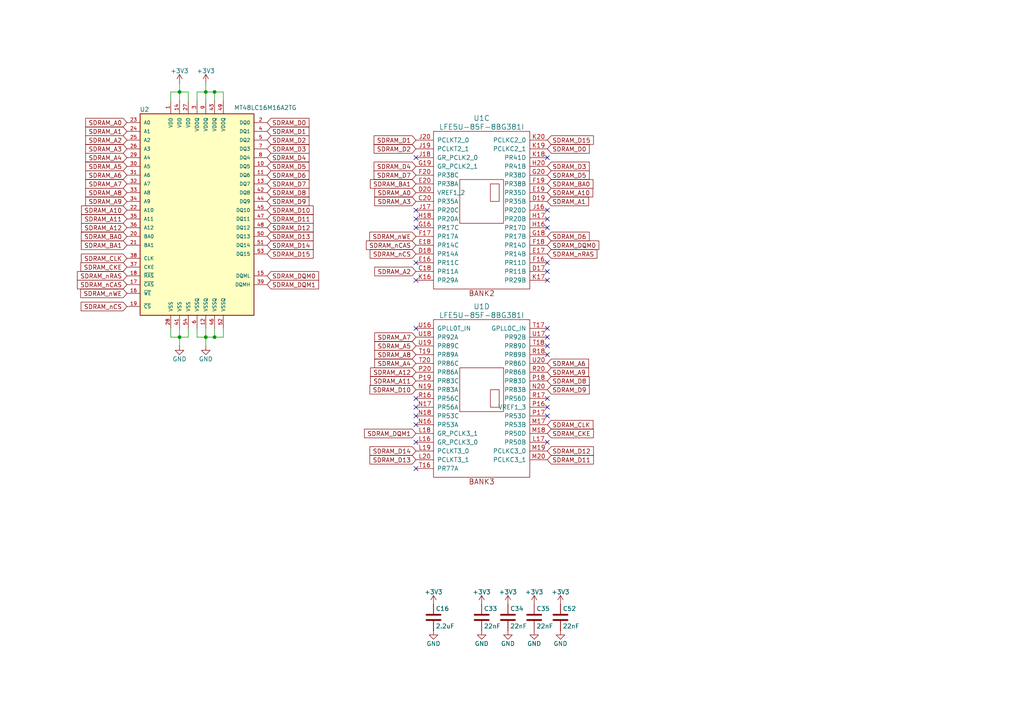
<source format=kicad_sch>
(kicad_sch (version 20250114) (generator "eeschema") (generator_version "9.0")
  (paper "A4")
  (title_block (title "SDRAM - 32MB") (date "2025-11-30") (rev "1.0.0") (comment 2 "WE, CS, CKE, CLK, DQM). Decoupling capacitors for clean power. ") (comment 3 "Full address bus (A0-A12), 16-bit data bus, bank select, and control signals (RAS, CAS,") (comment 4 "RAM MT48LC16M16A2TG SDRAM (16-bit, 32MB). Connected to FPGA banks 2 and 3."))
  (lib_symbols
    (symbol "Device:C" (pin_numbers (hide yes)) (pin_names (offset 0.254))
      (property "Reference" "C" (at 0.635 2.54 0))
      (property "Value" "C" (at 0.635 -2.54 0))
      (symbol "C_1_1"
        (pin passive line (at 0 3.81 270) (length 2.794) (name "~") (number "1"))
        (pin passive line (at 0 -3.81 90) (length 2.794) (name "~") (number "2"))
      )
    )
    (symbol "lfe5bg381:LFE5UM-85F-6BG381C" (pin_names (offset 1.016))
      (property "Reference" "U" (at 0 24.13 0))
      (property "Value" "LFE5UM-85F-6BG381C" (at 0 21.59 0))
      (symbol "LFE5UM-85F-6BG381C_1_1"
        (text "BANK0" (at 0 -19.05 0) (effects (font (size 1.524 1.524))))
        (pin input line (at -19.05 17.78 0) (length 5.08) (name "PCLKT0_0") (number "B11"))
        (pin input line (at -19.05 15.24 0) (length 5.08) (name "PCLKT0_1") (number "A10"))
        (pin input line (at -19.05 12.7 0) (length 5.08) (name "GR_PCLK0_1") (number "A9"))
        (pin input line (at -19.05 10.16 0) (length 5.08) (name "PT58A") (number "B9"))
        (pin input line (at -19.05 7.62 0) (length 5.08) (name "PT20A") (number "D9"))
        (pin input line (at -19.05 5.08 0) (length 5.08) (name "PT18A") (number "A7"))
        (pin input line (at -19.05 2.54 0) (length 5.08) (name "PT15A") (number "C8"))
        (pin input line (at -19.05 0 0) (length 5.08) (name "PT13A") (number "E8"))
        (pin input line (at -19.05 -2.54 0) (length 5.08) (name "PT11A") (number "C6"))
        (pin input line (at -19.05 -5.08 0) (length 5.08) (name "PT9A") (number "E7"))
        (pin input line (at -19.05 -7.62 0) (length 5.08) (name "PT6A") (number "E6"))
        (pin input line (at -19.05 -10.16 0) (length 5.08) (name "PT4A") (number "A6"))
        (pin input line (at -19.05 -12.7 0) (length 5.08) (name "PT56A") (number "D10"))
        (pin input line (at -19.05 -15.24 0) (length 5.08) (name "PT54A") (number "C9"))
        (pin input line (at 19.05 17.78 180) (length 5.08) (name "PCLKC0_0") (number "C11"))
        (pin input line (at 19.05 15.24 180) (length 5.08) (name "PCLKC0_1") (number "A11"))
        (pin input line (at 19.05 12.7 180) (length 5.08) (name "GR_PCLK0_0") (number "B10"))
        (pin input line (at 19.05 10.16 180) (length 5.08) (name "PT58B") (number "C10"))
        (pin input line (at 19.05 7.62 180) (length 5.08) (name "PT20B") (number "E9"))
        (pin input line (at 19.05 5.08 180) (length 5.08) (name "PT18B") (number "A8"))
        (pin input line (at 19.05 2.54 180) (length 5.08) (name "PT15B") (number "B8"))
        (pin input line (at 19.05 0 180) (length 5.08) (name "PT13B") (number "D8"))
        (pin input line (at 19.05 -2.54 180) (length 5.08) (name "PT11B") (number "C7"))
        (pin input line (at 19.05 -5.08 180) (length 5.08) (name "PT9B") (number "D7"))
        (pin input line (at 19.05 -7.62 180) (length 5.08) (name "PT6B") (number "D6"))
        (pin input line (at 19.05 -10.16 180) (length 5.08) (name "PT4B") (number "B6"))
        (pin input line (at 19.05 -12.7 180) (length 5.08) (name "PT56B") (number "E10"))
      )
      (symbol "LFE5UM-85F-6BG381C_2_0"
        (text "BANK1" (at 0 -26.67 0) (effects (font (size 1.524 1.524))))
      )
      (symbol "LFE5UM-85F-6BG381C_2_1"
        (pin input line (at -19.05 17.78 0) (length 5.08) (name "PT121A") (number "A19"))
        (pin input line (at -19.05 15.24 0) (length 5.08) (name "PT119A") (number "A18"))
        (pin input line (at -19.05 12.7 0) (length 5.08) (name "PT116A") (number "A17"))
        (pin input line (at -19.05 10.16 0) (length 5.08) (name "PT114A") (number "B17"))
        (pin input line (at -19.05 7.62 0) (length 5.08) (name "PT112A") (number "C16"))
        (pin input line (at -19.05 5.08 0) (length 5.08) (name "PT110A") (number "A16"))
        (pin input line (at -19.05 2.54 0) (length 5.08) (name "PT107A") (number "D15"))
        (pin input line (at -19.05 0 0) (length 5.08) (name "PT105A") (number "B15"))
        (pin input line (at -19.05 -2.54 0) (length 5.08) (name "PT85A") (number "D14"))
        (pin input line (at -19.05 -5.08 0) (length 5.08) (name "PT83A") (number "A14"))
        (pin input line (at -19.05 -7.62 0) (length 5.08) (name "PT80A") (number "D13"))
        (pin input line (at -19.05 -10.16 0) (length 5.08) (name "PT78A") (number "B13"))
        (pin input line (at -19.05 -12.7 0) (length 5.08) (name "PT76A") (number "A12"))
        (pin input line (at -19.05 -15.24 0) (length 5.08) (name "GR_PCLK1_0") (number "D12"))
        (pin input line (at -19.05 -17.78 0) (length 5.08) (name "PCLKT1_0") (number "B12"))
        (pin input line (at -19.05 -20.32 0) (length 5.08) (name "PCLKT1_1") (number "D11"))
        (pin input line (at -19.05 -22.86 0) (length 5.08) (name "PT103A") (number "A15"))
        (pin input line (at 19.05 17.78 180) (length 5.08) (name "PT121B") (number "B20"))
        (pin input line (at 19.05 15.24 180) (length 5.08) (name "PT119B") (number "B19"))
        (pin input line (at 19.05 12.7 180) (length 5.08) (name "PT116B") (number "B18"))
        (pin input line (at 19.05 10.16 180) (length 5.08) (name "PT114B") (number "C17"))
        (pin input line (at 19.05 7.62 180) (length 5.08) (name "PT112B") (number "D16"))
        (pin input line (at 19.05 5.08 180) (length 5.08) (name "PT110B") (number "B16"))
        (pin input line (at 19.05 2.54 180) (length 5.08) (name "PT107B") (number "E15"))
        (pin input line (at 19.05 0 180) (length 5.08) (name "PT105B") (number "C15"))
        (pin input line (at 19.05 -2.54 180) (length 5.08) (name "PT85B") (number "E14"))
        (pin input line (at 19.05 -5.08 180) (length 5.08) (name "PT83B") (number "C14"))
        (pin input line (at 19.05 -7.62 180) (length 5.08) (name "PT80B") (number "E13"))
        (pin input line (at 19.05 -10.16 180) (length 5.08) (name "PT78B") (number "C13"))
        (pin input line (at 19.05 -12.7 180) (length 5.08) (name "PT76B") (number "A13"))
        (pin input line (at 19.05 -15.24 180) (length 5.08) (name "GR_PCLK1_1") (number "E12"))
        (pin input line (at 19.05 -17.78 180) (length 5.08) (name "PCLKC1_0") (number "C12"))
        (pin input line (at 19.05 -20.32 180) (length 5.08) (name "PCLKC1_1") (number "E11"))
      )
      (symbol "LFE5UM-85F-6BG381C_3_0"
        (text "BANK2" (at 0 -26.67 0) (effects (font (size 1.524 1.524))))
      )
      (symbol "LFE5UM-85F-6BG381C_3_1"
        (pin input line (at -19.05 17.78 0) (length 5.08) (name "PCLKT2_0") (number "J20"))
        (pin input line (at -19.05 15.24 0) (length 5.08) (name "PCLKT2_1") (number "J19"))
        (pin input line (at -19.05 12.7 0) (length 5.08) (name "GR_PCLK2_0") (number "J18"))
        (pin input line (at -19.05 10.16 0) (length 5.08) (name "GR_PCLK2_1") (number "G19"))
        (pin input line (at -19.05 7.62 0) (length 5.08) (name "PR38C") (number "F20"))
        (pin input line (at -19.05 5.08 0) (length 5.08) (name "PR38A") (number "E20"))
        (pin input line (at -19.05 2.54 0) (length 5.08) (name "VREF1_2") (number "D20"))
        (pin input line (at -19.05 0 0) (length 5.08) (name "PR35A") (number "C20"))
        (pin input line (at -19.05 -2.54 0) (length 5.08) (name "PR20C") (number "J17"))
        (pin input line (at -19.05 -5.08 0) (length 5.08) (name "PR20A") (number "H18"))
        (pin input line (at -19.05 -7.62 0) (length 5.08) (name "PR17C") (number "G16"))
        (pin input line (at -19.05 -10.16 0) (length 5.08) (name "PR17A") (number "F17"))
        (pin input line (at -19.05 -12.7 0) (length 5.08) (name "PR14C") (number "E18"))
        (pin input line (at -19.05 -15.24 0) (length 5.08) (name "PR14A") (number "D18"))
        (pin input line (at -19.05 -17.78 0) (length 5.08) (name "PR11C") (number "E16"))
        (pin input line (at -19.05 -20.32 0) (length 5.08) (name "PR11A") (number "C18"))
        (pin input line (at -19.05 -22.86 0) (length 5.08) (name "PR29A") (number "K16"))
        (pin input line (at 19.05 17.78 180) (length 5.08) (name "PCLKC2_0") (number "K20"))
        (pin input line (at 19.05 15.24 180) (length 5.08) (name "PCLKC2_1") (number "K19"))
        (pin input line (at 19.05 12.7 180) (length 5.08) (name "PR41D") (number "K18"))
        (pin input line (at 19.05 10.16 180) (length 5.08) (name "PR41B") (number "H20"))
        (pin input line (at 19.05 7.62 180) (length 5.08) (name "PR38D") (number "G20"))
        (pin input line (at 19.05 5.08 180) (length 5.08) (name "PR38B") (number "F19"))
        (pin input line (at 19.05 2.54 180) (length 5.08) (name "PR35D") (number "E19"))
        (pin input line (at 19.05 0 180) (length 5.08) (name "PR35B") (number "D19"))
        (pin input line (at 19.05 -2.54 180) (length 5.08) (name "PR20D") (number "J16"))
        (pin input line (at 19.05 -5.08 180) (length 5.08) (name "PR20B") (number "H17"))
        (pin input line (at 19.05 -7.62 180) (length 5.08) (name "PR17D") (number "H16"))
        (pin input line (at 19.05 -10.16 180) (length 5.08) (name "PR17B") (number "G18"))
        (pin input line (at 19.05 -12.7 180) (length 5.08) (name "PR14D") (number "F18"))
        (pin input line (at 19.05 -15.24 180) (length 5.08) (name "PR14B") (number "E17"))
        (pin input line (at 19.05 -17.78 180) (length 5.08) (name "PR11D") (number "F16"))
        (pin input line (at 19.05 -20.32 180) (length 5.08) (name "PR11B") (number "D17"))
        (pin input line (at 19.05 -22.86 180) (length 5.08) (name "PR29B") (number "K17"))
      )
      (symbol "LFE5UM-85F-6BG381C_4_0"
        (text "BANK3" (at 0 -26.67 0) (effects (font (size 1.524 1.524))))
      )
      (symbol "LFE5UM-85F-6BG381C_4_1"
        (pin input line (at -19.05 17.78 0) (length 5.08) (name "GPLL0T_IN") (number "U16"))
        (pin input line (at -19.05 15.24 0) (length 5.08) (name "PR92A") (number "U18"))
        (pin input line (at -19.05 12.7 0) (length 5.08) (name "PR89C") (number "U19"))
        (pin input line (at -19.05 10.16 0) (length 5.08) (name "PR89A") (number "T19"))
        (pin input line (at -19.05 7.62 0) (length 5.08) (name "PR86C") (number "T20"))
        (pin input line (at -19.05 5.08 0) (length 5.08) (name "PR86A") (number "P20"))
        (pin input line (at -19.05 2.54 0) (length 5.08) (name "PR83C") (number "P19"))
        (pin input line (at -19.05 0 0) (length 5.08) (name "PR83A") (number "N19"))
        (pin input line (at -19.05 -2.54 0) (length 5.08) (name "PR56C") (number "R16"))
        (pin input line (at -19.05 -5.08 0) (length 5.08) (name "PR56A") (number "N17"))
        (pin input line (at -19.05 -7.62 0) (length 5.08) (name "PR53C") (number "N18"))
        (pin input line (at -19.05 -10.16 0) (length 5.08) (name "PR53A") (number "N16"))
        (pin input line (at -19.05 -12.7 0) (length 5.08) (name "GR_PCLK3_1") (number "L18"))
        (pin input line (at -19.05 -15.24 0) (length 5.08) (name "GR_PCLK3_0") (number "L16"))
        (pin input line (at -19.05 -17.78 0) (length 5.08) (name "PCLKT3_0") (number "L19"))
        (pin input line (at -19.05 -20.32 0) (length 5.08) (name "PCLKT3_1") (number "L20"))
        (pin input line (at -19.05 -22.86 0) (length 5.08) (name "PR77A") (number "T16"))
        (pin input line (at 19.05 17.78 180) (length 5.08) (name "GPLL0C_IN") (number "T17"))
        (pin input line (at 19.05 15.24 180) (length 5.08) (name "PR92B") (number "U17"))
        (pin input line (at 19.05 12.7 180) (length 5.08) (name "PR89D") (number "T18"))
        (pin input line (at 19.05 10.16 180) (length 5.08) (name "PR89B") (number "R18"))
        (pin input line (at 19.05 7.62 180) (length 5.08) (name "PR86D") (number "U20"))
        (pin input line (at 19.05 5.08 180) (length 5.08) (name "PR86B") (number "R20"))
        (pin input line (at 19.05 2.54 180) (length 5.08) (name "PR83D") (number "P18"))
        (pin input line (at 19.05 0 180) (length 5.08) (name "PR83B") (number "N20"))
        (pin input line (at 19.05 -2.54 180) (length 5.08) (name "PR56D") (number "R17"))
        (pin input line (at 19.05 -5.08 180) (length 5.08) (name "VREF1_3") (number "P16"))
        (pin input line (at 19.05 -7.62 180) (length 5.08) (name "PR53D") (number "P17"))
        (pin input line (at 19.05 -10.16 180) (length 5.08) (name "PR53B") (number "M17"))
        (pin input line (at 19.05 -12.7 180) (length 5.08) (name "PR50D") (number "M18"))
        (pin input line (at 19.05 -15.24 180) (length 5.08) (name "PR50B") (number "L17"))
        (pin input line (at 19.05 -17.78 180) (length 5.08) (name "PCLKC3_0") (number "M19"))
        (pin input line (at 19.05 -20.32 180) (length 5.08) (name "PCLKC3_1") (number "M20"))
      )
      (symbol "LFE5UM-85F-6BG381C_5_0"
        (text "BANK6" (at 0 -26.67 0) (effects (font (size 1.524 1.524))))
      )
      (symbol "LFE5UM-85F-6BG381C_5_1"
        (pin input line (at -19.05 17.78 0) (length 5.08) (name "PCLKT6_0") (number "H2"))
        (pin input line (at -19.05 15.24 0) (length 5.08) (name "PCLKT6_1") (number "G2"))
        (pin input line (at -19.05 12.7 0) (length 5.08) (name "GR_PCLK6_1") (number "J3"))
        (pin input line (at -19.05 10.16 0) (length 5.08) (name "GR_PCLK6_0") (number "J4"))
        (pin input line (at -19.05 7.62 0) (length 5.08) (name "PL53C") (number "H1"))
        (pin input line (at -19.05 5.08 0) (length 5.08) (name "PL53A") (number "K2"))
        (pin input line (at -19.05 2.54 0) (length 5.08) (name "PL56C") (number "L4"))
        (pin input line (at -19.05 0 0) (length 5.08) (name "PL56A") (number "K4"))
        (pin input line (at -19.05 -2.54 0) (length 5.08) (name "PL83C") (number "N4"))
        (pin input line (at -19.05 -5.08 0) (length 5.08) (name "PL83A") (number "M4"))
        (pin input line (at -19.05 -7.62 0) (length 5.08) (name "PL86C") (number "L3"))
        (pin input line (at -19.05 -10.16 0) (length 5.08) (name "PL86A") (number "N3"))
        (pin input line (at -19.05 -12.7 0) (length 5.08) (name "PL65C") (number "L1"))
        (pin input line (at -19.05 -15.24 0) (length 5.08) (name "PL65A") (number "N2"))
        (pin input line (at -19.05 -17.78 0) (length 5.08) (name "GPLL0T_IN") (number "P3"))
        (pin input line (at -19.05 -20.32 0) (length 5.08) (name "PL92A") (number "P1"))
        (pin input line (at -19.05 -22.86 0) (length 5.08) (name "PL77A") (number "M5"))
        (pin input line (at 19.05 17.78 180) (length 5.08) (name "PCLKC6_0") (number "G1"))
        (pin input line (at 19.05 15.24 180) (length 5.08) (name "PCLKC6_1") (number "F1"))
        (pin input line (at 19.05 12.7 180) (length 5.08) (name "PL50D") (number "K3"))
        (pin input line (at 19.05 10.16 180) (length 5.08) (name "PL50B") (number "J5"))
        (pin input line (at 19.05 7.62 180) (length 5.08) (name "PL53D") (number "K1"))
        (pin input line (at 19.05 5.08 180) (length 5.08) (name "PL53B") (number "J1"))
        (pin input line (at 19.05 2.54 180) (length 5.08) (name "PL56D") (number "L5"))
        (pin input line (at 19.05 0 180) (length 5.08) (name "VREF1_6") (number "K5"))
        (pin input line (at 19.05 -2.54 180) (length 5.08) (name "PL83D") (number "P5"))
        (pin input line (at 19.05 -5.08 180) (length 5.08) (name "PL83B") (number "N5"))
        (pin input line (at 19.05 -7.62 180) (length 5.08) (name "PL86D") (number "L2"))
        (pin input line (at 19.05 -10.16 180) (length 5.08) (name "PL86B") (number "M3"))
        (pin input line (at 19.05 -12.7 180) (length 5.08) (name "PL89D") (number "N1"))
        (pin input line (at 19.05 -15.24 180) (length 5.08) (name "PL89B") (number "M1"))
        (pin input line (at 19.05 -17.78 180) (length 5.08) (name "GPLL0C_IN") (number "P4"))
        (pin input line (at 19.05 -20.32 180) (length 5.08) (name "PL92B") (number "P2"))
      )
      (symbol "LFE5UM-85F-6BG381C_6_0"
        (text "BANK7" (at 0 -24.13 0) (effects (font (size 1.524 1.524))))
      )
      (symbol "LFE5UM-85F-6BG381C_6_1"
        (pin input line (at -19.05 17.78 0) (length 5.08) (name "PL11C") (number "B5"))
        (pin input line (at -19.05 15.24 0) (length 5.08) (name "PL11A") (number "A4"))
        (pin input line (at -19.05 12.7 0) (length 5.08) (name "PL14C") (number "A3"))
        (pin input line (at -19.05 10.16 0) (length 5.08) (name "PL14A") (number "C4"))
        (pin input line (at -19.05 7.62 0) (length 5.08) (name "PL17C") (number "C3"))
        (pin input line (at -19.05 5.08 0) (length 5.08) (name "PL17A") (number "E4"))
        (pin input line (at -19.05 2.54 0) (length 5.08) (name "PL20C") (number "E5"))
        (pin input line (at -19.05 0 0) (length 5.08) (name "PL20A") (number "F4"))
        (pin input line (at -19.05 -2.54 0) (length 5.08) (name "VREF1_7") (number "B2"))
        (pin input line (at -19.05 -5.08 0) (length 5.08) (name "PL35A") (number "A2"))
        (pin input line (at -19.05 -7.62 0) (length 5.08) (name "PL38C") (number "D2"))
        (pin input line (at -19.05 -10.16 0) (length 5.08) (name "PL38A") (number "C1"))
        (pin input line (at -19.05 -12.7 0) (length 5.08) (name "GR_PCLK7_0") (number "H5"))
        (pin input line (at -19.05 -15.24 0) (length 5.08) (name "GR_PCLK7_1") (number "H4"))
        (pin input line (at -19.05 -17.78 0) (length 5.08) (name "PCLKT7_0") (number "F2"))
        (pin input line (at -19.05 -20.32 0) (length 5.08) (name "PCLKT7_1") (number "G3"))
        (pin input line (at 19.05 17.78 180) (length 5.08) (name "PL11D") (number "C5"))
        (pin input line (at 19.05 15.24 180) (length 5.08) (name "PL11B") (number "A5"))
        (pin input line (at 19.05 12.7 180) (length 5.08) (name "PL14D") (number "B3"))
        (pin input line (at 19.05 10.16 180) (length 5.08) (name "PL14B") (number "B4"))
        (pin input line (at 19.05 7.62 180) (length 5.08) (name "PL17D") (number "D3"))
        (pin input line (at 19.05 5.08 180) (length 5.08) (name "PL17B") (number "D5"))
        (pin input line (at 19.05 2.54 180) (length 5.08) (name "PL20D") (number "F5"))
        (pin input line (at 19.05 0 180) (length 5.08) (name "PL20B") (number "E3"))
        (pin input line (at 19.05 -2.54 180) (length 5.08) (name "PL35D") (number "C2"))
        (pin input line (at 19.05 -5.08 180) (length 5.08) (name "PL35B") (number "B1"))
        (pin input line (at 19.05 -7.62 180) (length 5.08) (name "PL38D") (number "E1"))
        (pin input line (at 19.05 -10.16 180) (length 5.08) (name "PL38B") (number "D1"))
        (pin input line (at 19.05 -12.7 180) (length 5.08) (name "PL41D") (number "H3"))
        (pin input line (at 19.05 -15.24 180) (length 5.08) (name "PL41B") (number "G5"))
        (pin input line (at 19.05 -17.78 180) (length 5.08) (name "PCLKC7_0") (number "E2"))
        (pin input line (at 19.05 -20.32 180) (length 5.08) (name "PCLKC7_1") (number "F3"))
      )
      (symbol "LFE5UM-85F-6BG381C_7_0"
        (text "BANK8" (at 0 -24.13 0) (effects (font (size 1.524 1.524))))
      )
      (symbol "LFE5UM-85F-6BG381C_7_1"
        (pin input line (at -19.05 17.78 0) (length 5.08) (name "D7") (number "R1"))
        (pin input line (at -19.05 15.24 0) (length 5.08) (name "D5/MISO2") (number "U1"))
        (pin input line (at -19.05 12.7 0) (length 5.08) (name "D3/HOLDn") (number "W1"))
        (pin input line (at -19.05 10.16 0) (length 5.08) (name "D1/MISO") (number "V2"))
        (pin input line (at -19.05 7.62 0) (length 5.08) (name "SN/CSn") (number "T2"))
        (pin input line (at -19.05 5.08 0) (length 5.08) (name "CSSPIN") (number "R2"))
        (pin input line (at -19.05 2.54 0) (length 5.08) (name "INITn") (number "V3"))
        (pin input line (at -19.05 0 0) (length 5.08) (name "PROGRAMn") (number "W3"))
        (pin input line (at -19.05 -2.54 0) (length 5.08) (name "WRITEn") (number "T3"))
        (pin input line (at -19.05 -5.08 0) (length 5.08) (name "CCLK") (number "U3"))
        (pin input line (at -19.05 -7.62 0) (length 5.08) (name "DONE") (number "Y3"))
        (pin input line (at -19.05 -10.16 0) (length 5.08) (name "CFG_2") (number "R4"))
        (pin input line (at -19.05 -12.7 0) (length 5.08) (name "CFG_1") (number "T4"))
        (pin input line (at -19.05 -15.24 0) (length 5.08) (name "CFG_0") (number "U4"))
        (pin input line (at 19.05 17.78 180) (length 5.08) (name "D6") (number "T1"))
        (pin input line (at 19.05 15.24 180) (length 5.08) (name "D4/MOSI2") (number "V1"))
        (pin input line (at 19.05 12.7 180) (length 5.08) (name "D2/WPn") (number "Y2"))
        (pin input line (at 19.05 10.16 180) (length 5.08) (name "D0/MOSI") (number "W2"))
        (pin input line (at 19.05 7.62 180) (length 5.08) (name "CS1n") (number "U2"))
        (pin input line (at 19.05 5.08 180) (length 5.08) (name "DOUT/CSOn") (number "R3"))
      )
      (symbol "LFE5UM-85F-6BG381C_8_0"
        (text "BANK50,51" (at 0 -27.94 0) (effects (font (size 1.524 1.524))))
        (text "SERDES" (at 0 -30.48 0) (effects (font (size 1.524 1.524))))
      )
      (symbol "LFE5UM-85F-6BG381C_8_1"
        (pin input line (at -21.59 22.86 0) (length 5.08) (name "REFCLKP_D0") (number "Y11"))
        (pin input line (at -21.59 20.32 0) (length 5.08) (name "HDTXP0_D0CH0") (number "W4"))
        (pin input line (at -21.59 17.78 0) (length 5.08) (name "HDRXP0_D0CH0") (number "Y5"))
        (pin input line (at -21.59 15.24 0) (length 5.08) (name "HDTXP0_D0CH1") (number "W8"))
        (pin input line (at -21.59 12.7 0) (length 5.08) (name "HDRXP0_D0CH1") (number "Y7"))
        (pin input line (at -21.59 8.89 0) (length 5.08) (name "VCCHTX0_D0CH0") (number "T7"))
        (pin input line (at -21.59 6.35 0) (length 5.08) (name "VCCHRX0_D0CH0") (number "T8"))
        (pin input line (at -21.59 3.81 0) (length 5.08) (name "VCCA0") (number "T6"))
        (pin input line (at -21.59 1.27 0) (length 5.08) (name "VCCA0") (number "U6"))
        (pin input line (at -21.59 -2.54 0) (length 5.08) (name "VCCA1") (number "T15"))
        (pin input line (at -21.59 -5.08 0) (length 5.08) (name "VCCA1") (number "U15"))
        (pin input line (at -21.59 -7.62 0) (length 5.08) (name "VCCHTX0_D1CH0") (number "T11"))
        (pin input line (at -21.59 -10.16 0) (length 5.08) (name "VCCHRX0_D1CH0") (number "T12"))
        (pin input line (at -21.59 -13.97 0) (length 5.08) (name "REFCLKP_D1") (number "Y19"))
        (pin input line (at -21.59 -16.51 0) (length 5.08) (name "HDTXP0_D1CH0") (number "W13"))
        (pin input line (at -21.59 -19.05 0) (length 5.08) (name "HDRXP0_D1CH0") (number "Y14"))
        (pin input line (at -21.59 -21.59 0) (length 5.08) (name "HDTXP0_D1CH1") (number "W17"))
        (pin input line (at -21.59 -24.13 0) (length 5.08) (name "HDRXP0_D1CH1") (number "Y16"))
        (pin input line (at 21.59 22.86 180) (length 5.08) (name "REFCLKN_D0") (number "Y12"))
        (pin input line (at 21.59 20.32 180) (length 5.08) (name "HDTXN0_D0CH0") (number "W5"))
        (pin input line (at 21.59 17.78 180) (length 5.08) (name "HDRXN0_D0CH0") (number "Y6"))
        (pin input line (at 21.59 15.24 180) (length 5.08) (name "HDTXN0_D0CH1") (number "W9"))
        (pin input line (at 21.59 12.7 180) (length 5.08) (name "HDRXN0_D0CH1") (number "Y8"))
        (pin input line (at 21.59 8.89 180) (length 5.08) (name "VCCHTX0_D0CH1") (number "T10"))
        (pin input line (at 21.59 6.35 180) (length 5.08) (name "VCCHRX0_D0CH1") (number "T9"))
        (pin input line (at 21.59 3.81 180) (length 5.08) (name "VCCAUXA0") (number "V10"))
        (pin input line (at 21.59 1.27 180) (length 5.08) (name "VCCAUXA0") (number "V11"))
        (pin input line (at 21.59 -2.54 180) (length 5.08) (name "VCCAUXA1") (number "V17"))
        (pin input line (at 21.59 -5.08 180) (length 5.08) (name "VCCAUXA1") (number "V18"))
        (pin input line (at 21.59 -7.62 180) (length 5.08) (name "VCCHTX0_D1CH1") (number "T14"))
        (pin input line (at 21.59 -10.16 180) (length 5.08) (name "VCCHRX0_D1CH1") (number "T13"))
        (pin input line (at 21.59 -13.97 180) (length 5.08) (name "REFCLKN_D1") (number "W20"))
        (pin input line (at 21.59 -16.51 180) (length 5.08) (name "HDTXN0_D1CH0") (number "W14"))
        (pin input line (at 21.59 -19.05 180) (length 5.08) (name "HDRXN0_D1CH0") (number "Y15"))
        (pin input line (at 21.59 -21.59 180) (length 5.08) (name "HDTXN0_D1CH1") (number "W18"))
        (pin input line (at 21.59 -24.13 180) (length 5.08) (name "HDRXN0_D1CH1") (number "Y17"))
      )
      (symbol "LFE5UM-85F-6BG381C_9_1"
        (text "POWER" (at 0 3.81 0) (effects (font (size 1.524 1.524))))
        (pin input line (at -106.68 16.51 270) (length 5.08) (name "VCC") (number "H13"))
        (pin input line (at -104.14 16.51 270) (length 5.08) (name "VCC") (number "J13"))
        (pin input line (at -101.6 16.51 270) (length 5.08) (name "VCC") (number "K13"))
        (pin input line (at -99.06 16.51 270) (length 5.08) (name "VCC") (number "L13"))
        (pin input line (at -97.79 -17.78 90) (length 5.08) (name "GND") (number "C19"))
        (pin input line (at -96.52 16.51 270) (length 5.08) (name "VCC") (number "M13"))
        (pin input line (at -95.25 -17.78 90) (length 5.08) (name "GND") (number "H19"))
        (pin input line (at -93.98 16.51 270) (length 5.08) (name "VCC") (number "N13"))
        (pin input line (at -92.71 -17.78 90) (length 5.08) (name "GND") (number "R19"))
        (pin input line (at -91.44 16.51 270) (length 5.08) (name "VCC") (number "H12"))
        (pin input line (at -90.17 -17.78 90) (length 5.08) (name "GND") (number "G17"))
        (pin input line (at -88.9 16.51 270) (length 5.08) (name "VCC") (number "N12"))
        (pin input line (at -87.63 -17.78 90) (length 5.08) (name "GND") (number "M16"))
        (pin input line (at -86.36 16.51 270) (length 5.08) (name "VCC") (number "H11"))
        (pin input line (at -85.09 -17.78 90) (length 5.08) (name "GND") (number "G15"))
        (pin input line (at -83.82 16.51 270) (length 5.08) (name "VCC") (number "N11"))
        (pin input line (at -82.55 -17.78 90) (length 5.08) (name "GND") (number "K15"))
        (pin input line (at -81.28 16.51 270) (length 5.08) (name "VCC") (number "H10"))
        (pin input line (at -80.01 -17.78 90) (length 5.08) (name "GND") (number "N15"))
        (pin input line (at -78.74 16.51 270) (length 5.08) (name "VCC") (number "N10"))
        (pin input line (at -77.47 -17.78 90) (length 5.08) (name "GND") (number "B14"))
        (pin input line (at -76.2 16.51 270) (length 5.08) (name "VCC") (number "H9"))
        (pin input line (at -74.93 -17.78 90) (length 5.08) (name "GND") (number "F14"))
        (pin input line (at -73.66 16.51 270) (length 5.08) (name "VCC") (number "N9"))
        (pin input line (at -72.39 -17.78 90) (length 5.08) (name "GND") (number "G14"))
        (pin input line (at -71.12 16.51 270) (length 5.08) (name "VCC") (number "H8"))
        (pin input line (at -69.85 -17.78 90) (length 5.08) (name "GND") (number "J14"))
        (pin input line (at -68.58 16.51 270) (length 5.08) (name "VCC") (number "J8"))
        (pin input line (at -67.31 -17.78 90) (length 5.08) (name "GND") (number "K14"))
        (pin input line (at -66.04 16.51 270) (length 5.08) (name "VCC") (number "K8"))
        (pin input line (at -64.77 -17.78 90) (length 5.08) (name "GND") (number "M14"))
        (pin input line (at -63.5 16.51 270) (length 5.08) (name "VCC") (number "L8"))
        (pin input line (at -62.23 -17.78 90) (length 5.08) (name "GND") (number "N14"))
        (pin input line (at -60.96 16.51 270) (length 5.08) (name "VCC") (number "M8"))
        (pin input line (at -59.69 -17.78 90) (length 5.08) (name "GND") (number "P14"))
        (pin input line (at -58.42 16.51 270) (length 5.08) (name "VCC") (number "N8"))
        (pin input line (at -57.15 -17.78 90) (length 5.08) (name "GND") (number "F13"))
        (pin input line (at -54.61 -17.78 90) (length 5.08) (name "GND") (number "G13"))
        (pin input line (at -53.34 16.51 270) (length 5.08) (name "VCCAUX") (number "F15"))
        (pin input line (at -52.07 -17.78 90) (length 5.08) (name "GND") (number "P13"))
        (pin input line (at -50.8 16.51 270) (length 5.08) (name "VCCAUX") (number "P15"))
        (pin input line (at -49.53 -17.78 90) (length 5.08) (name "GND") (number "G12"))
        (pin input line (at -48.26 16.51 270) (length 5.08) (name "VCCAUX") (number "F6"))
        (pin input line (at -46.99 -17.78 90) (length 5.08) (name "GND") (number "J12"))
        (pin input line (at -45.72 16.51 270) (length 5.08) (name "VCCAUX") (number "P6"))
        (pin input line (at -44.45 -17.78 90) (length 5.08) (name "GND") (number "K12"))
        (pin input line (at -41.91 -17.78 90) (length 5.08) (name "GND") (number "L12"))
        (pin input line (at -40.64 16.51 270) (length 5.08) (name "VCCio0") (number "F10"))
        (pin input line (at -39.37 -17.78 90) (length 5.08) (name "GND") (number "M12"))
        (pin input line (at -38.1 16.51 270) (length 5.08) (name "VCCio0") (number "F9"))
        (pin input line (at -36.83 -17.78 90) (length 5.08) (name "GND") (number "P12"))
        (pin input line (at -34.29 -17.78 90) (length 5.08) (name "GND") (number "G11"))
        (pin input line (at -33.02 16.51 270) (length 5.08) (name "VCCio1") (number "F12"))
        (pin input line (at -31.75 -17.78 90) (length 5.08) (name "GND") (number "J11"))
        (pin input line (at -30.48 16.51 270) (length 5.08) (name "VCCio1") (number "F11"))
        (pin input line (at -29.21 -17.78 90) (length 5.08) (name "GND") (number "K11"))
        (pin input line (at -26.67 -17.78 90) (length 5.08) (name "GND") (number "L11"))
        (pin input line (at -25.4 16.51 270) (length 5.08) (name "VCCio2") (number "H15"))
        (pin input line (at -24.13 -17.78 90) (length 5.08) (name "GND") (number "M11"))
        (pin input line (at -22.86 16.51 270) (length 5.08) (name "VCCio2") (number "J15"))
        (pin input line (at -21.59 -17.78 90) (length 5.08) (name "GND") (number "P11"))
        (pin input line (at -20.32 16.51 270) (length 5.08) (name "VCCio2") (number "H14"))
        (pin input line (at -19.05 -17.78 90) (length 5.08) (name "GND") (number "G10"))
        (pin input line (at -16.51 -17.78 90) (length 5.08) (name "GND") (number "J10"))
        (pin input line (at -15.24 16.51 270) (length 5.08) (name "VCCio3") (number "L15"))
        (pin input line (at -13.97 -17.78 90) (length 5.08) (name "GND") (number "K10"))
        (pin input line (at -12.7 16.51 270) (length 5.08) (name "VCCio3") (number "M15"))
        (pin input line (at -11.43 -17.78 90) (length 5.08) (name "GND") (number "L10"))
        (pin input line (at -10.16 16.51 270) (length 5.08) (name "VCCio3") (number "L14"))
        (pin input line (at -8.89 -17.78 90) (length 5.08) (name "GND") (number "M10"))
        (pin input line (at -6.35 -17.78 90) (length 5.08) (name "GND") (number "G9"))
        (pin input line (at -3.81 -17.78 90) (length 5.08) (name "GND") (number "J9"))
        (pin input line (at -1.27 -17.78 90) (length 5.08) (name "GND") (number "K9"))
        (pin input line (at 1.27 -17.78 90) (length 5.08) (name "GND") (number "L9"))
        (pin input line (at 3.81 -17.78 90) (length 5.08) (name "GND") (number "M9"))
        (pin input line (at 6.35 -17.78 90) (length 5.08) (name "GND") (number "F8"))
        (pin input line (at 8.89 -17.78 90) (length 5.08) (name "GND") (number "G8"))
        (pin input line (at 11.43 -17.78 90) (length 5.08) (name "GND") (number "P8"))
        (pin input line (at 13.97 -17.78 90) (length 5.08) (name "GND") (number "B7"))
        (pin input line (at 16.51 16.51 270) (length 5.08) (name "VCCio6") (number "L7"))
        (pin input line (at 16.51 -17.78 90) (length 5.08) (name "GND") (number "F7"))
        (pin input line (at 19.05 16.51 270) (length 5.08) (name "VCCio6") (number "L6"))
        (pin input line (at 19.05 -17.78 90) (length 5.08) (name "GND") (number "G7"))
        (pin input line (at 21.59 16.51 270) (length 5.08) (name "VCCio6") (number "M6"))
        (pin input line (at 21.59 -17.78 90) (length 5.08) (name "GND") (number "J7"))
        (pin input line (at 24.13 -17.78 90) (length 5.08) (name "GND") (number "K7"))
        (pin input line (at 26.67 16.51 270) (length 5.08) (name "VCCio7") (number "H7"))
        (pin input line (at 26.67 -17.78 90) (length 5.08) (name "GND") (number "M7"))
        (pin input line (at 29.21 16.51 270) (length 5.08) (name "VCCio7") (number "H6"))
        (pin input line (at 29.21 -17.78 90) (length 5.08) (name "GND") (number "N7"))
        (pin input line (at 31.75 16.51 270) (length 5.08) (name "VCCio7") (number "J6"))
        (pin input line (at 31.75 -17.78 90) (length 5.08) (name "GND") (number "P7"))
        (pin input line (at 34.29 -17.78 90) (length 5.08) (name "GND") (number "G6"))
        (pin input line (at 36.83 16.51 270) (length 5.08) (name "VCCio8") (number "P10"))
        (pin input line (at 36.83 -17.78 90) (length 5.08) (name "GND") (number "K6"))
        (pin input line (at 39.37 16.51 270) (length 5.08) (name "VCCio8") (number "P9"))
        (pin input line (at 39.37 -17.78 90) (length 5.08) (name "GND") (number "N6"))
        (pin input line (at 41.91 -17.78 90) (length 5.08) (name "GND") (number "D4"))
        (pin input line (at 44.45 -17.78 90) (length 5.08) (name "GND") (number "G4"))
        (pin input line (at 46.99 -17.78 90) (length 5.08) (name "GND") (number "J2"))
        (pin input line (at 49.53 -17.78 90) (length 5.08) (name "GND") (number "M2"))
        (pin input line (at 52.07 -17.78 90) (length 5.08) (name "GND") (number "V7"))
        (pin input line (at 54.61 -17.78 90) (length 5.08) (name "GND") (number "V8"))
        (pin input line (at 57.15 -17.78 90) (length 5.08) (name "GND") (number "V9"))
        (pin input line (at 59.69 -17.78 90) (length 5.08) (name "GND") (number "U7"))
        (pin input line (at 62.23 -17.78 90) (length 5.08) (name "GND") (number "U8"))
        (pin input line (at 64.77 -17.78 90) (length 5.08) (name "GND") (number "U9"))
        (pin input line (at 67.31 -17.78 90) (length 5.08) (name "GND") (number "U10"))
        (pin input line (at 69.85 -17.78 90) (length 5.08) (name "GND") (number "V20"))
        (pin input line (at 72.39 -17.78 90) (length 5.08) (name "GND") (number "V5"))
        (pin input line (at 74.93 -17.78 90) (length 5.08) (name "GND") (number "W6"))
        (pin input line (at 77.47 -17.78 90) (length 5.08) (name "GND") (number "V6"))
        (pin input line (at 80.01 -17.78 90) (length 5.08) (name "GND") (number "W7"))
        (pin input line (at 82.55 -17.78 90) (length 5.08) (name "GND") (number "V15"))
        (pin input line (at 85.09 -17.78 90) (length 5.08) (name "GND") (number "W16"))
        (pin input line (at 87.63 -17.78 90) (length 5.08) (name "GND") (number "V16"))
        (pin input line (at 90.17 -17.78 90) (length 5.08) (name "GND") (number "W19"))
        (pin input line (at 92.71 -17.78 90) (length 5.08) (name "GND") (number "V19"))
        (pin input line (at 95.25 -17.78 90) (length 5.08) (name "GND") (number "V14"))
        (pin input line (at 97.79 -17.78 90) (length 5.08) (name "GND") (number "U14"))
        (pin input line (at 100.33 -17.78 90) (length 5.08) (name "GND") (number "W15"))
        (pin input line (at 102.87 -17.78 90) (length 5.08) (name "GND") (number "U13"))
        (pin input line (at 105.41 -17.78 90) (length 5.08) (name "GND") (number "V13"))
        (pin input line (at 107.95 -17.78 90) (length 5.08) (name "GND") (number "U12"))
        (pin input line (at 110.49 -17.78 90) (length 5.08) (name "GND") (number "V12"))
        (pin input line (at 113.03 -17.78 90) (length 5.08) (name "GND") (number "W12"))
        (pin input line (at 115.57 -17.78 90) (length 5.08) (name "GND") (number "U11"))
      )
      (symbol "LFE5UM-85F-6BG381C_10_0"
        (text "JTAG" (at 0 1.27 0) (effects (font (size 1.524 1.524))))
      )
      (symbol "LFE5UM-85F-6BG381C_10_1"
        (text "PROG" (at 0 -1.27 0) (effects (font (size 1.524 1.524))))
        (pin input line (at -17.78 3.81 0) (length 5.08) (name "TDI") (number "R5"))
        (pin input line (at -17.78 1.27 0) (length 5.08) (name "TDO") (number "V4"))
        (pin input line (at -17.78 -1.27 0) (length 5.08) (name "TCK") (number "T5"))
        (pin input line (at -17.78 -3.81 0) (length 5.08) (name "TMS") (number "U5"))
      )
    )
    (symbol "mt48lc16m16a2tg:MT48LC16M16A2TG" (pin_names (offset 1.016))
      (property "Reference" "U" (at -15.24 30.48 0))
      (property "Value" "MT48LC16M16A2TG" (at 16.51 -30.48 0))
      (symbol "MT48LC16M16A2TG_1_1"
        (pin input line (at -20.32 26.67 0) (length 3.81) (name "A0") (number "23"))
        (pin input line (at -20.32 24.13 0) (length 3.81) (name "A1") (number "24"))
        (pin input line (at -20.32 21.59 0) (length 3.81) (name "A2") (number "25"))
        (pin input line (at -20.32 19.05 0) (length 3.81) (name "A3") (number "26"))
        (pin input line (at -20.32 16.51 0) (length 3.81) (name "A4") (number "29"))
        (pin input line (at -20.32 13.97 0) (length 3.81) (name "A5") (number "30"))
        (pin input line (at -20.32 11.43 0) (length 3.81) (name "A6") (number "31"))
        (pin input line (at -20.32 8.89 0) (length 3.81) (name "A7") (number "32"))
        (pin input line (at -20.32 6.35 0) (length 3.81) (name "A8") (number "33"))
        (pin input line (at -20.32 3.81 0) (length 3.81) (name "A9") (number "34"))
        (pin input line (at -20.32 1.27 0) (length 3.81) (name "A10") (number "22"))
        (pin input line (at -20.32 -1.27 0) (length 3.81) (name "A11") (number "35"))
        (pin input line (at -20.32 -3.81 0) (length 3.81) (name "A12") (number "36"))
        (pin input line (at -20.32 -6.35 0) (length 3.81) (name "BA0") (number "20"))
        (pin input line (at -20.32 -8.89 0) (length 3.81) (name "BA1") (number "21"))
        (pin input line (at -20.32 -12.7 0) (length 3.81) (name "CLK") (number "38"))
        (pin input line (at -20.32 -15.24 0) (length 3.81) (name "CKE") (number "37"))
        (pin input line (at -20.32 -17.78 0) (length 3.81) (name "~{RAS}") (number "18"))
        (pin input line (at -20.32 -20.32 0) (length 3.81) (name "~{CAS}") (number "17"))
        (pin input line (at -20.32 -22.86 0) (length 3.81) (name "~{WE}") (number "16"))
        (pin input line (at -20.32 -26.67 0) (length 3.81) (name "~{CS}") (number "19"))
        (pin power_in line (at -7.62 33.02 270) (length 3.81) (name "VDD") (number "1"))
        (pin power_in line (at -7.62 -33.02 90) (length 3.81) (name "VSS") (number "28"))
        (pin power_in line (at -5.08 33.02 270) (length 3.81) (name "VDD") (number "14"))
        (pin power_in line (at -5.08 -33.02 90) (length 3.81) (name "VSS") (number "41"))
        (pin power_in line (at -2.54 33.02 270) (length 3.81) (name "VDD") (number "27"))
        (pin power_in line (at -2.54 -33.02 90) (length 3.81) (name "VSS") (number "54"))
        (pin power_in line (at 0 33.02 270) (length 3.81) (name "VDDQ") (number "3"))
        (pin power_in line (at 0 -33.02 90) (length 3.81) (name "VSSQ") (number "6"))
        (pin power_in line (at 2.54 33.02 270) (length 3.81) (name "VDDQ") (number "9"))
        (pin power_in line (at 2.54 -33.02 90) (length 3.81) (name "VSSQ") (number "12"))
        (pin power_in line (at 5.08 33.02 270) (length 3.81) (name "VDDQ") (number "43"))
        (pin power_in line (at 5.08 -33.02 90) (length 3.81) (name "VSSQ") (number "46"))
        (pin power_in line (at 7.62 33.02 270) (length 3.81) (name "VDDQ") (number "49"))
        (pin power_in line (at 7.62 -33.02 90) (length 3.81) (name "VSSQ") (number "52"))
        (pin bidirectional line (at 20.32 26.67 180) (length 3.81) (name "DQ0") (number "2"))
        (pin bidirectional line (at 20.32 24.13 180) (length 3.81) (name "DQ1") (number "4"))
        (pin bidirectional line (at 20.32 21.59 180) (length 3.81) (name "DQ2") (number "5"))
        (pin bidirectional line (at 20.32 19.05 180) (length 3.81) (name "DQ3") (number "7"))
        (pin bidirectional line (at 20.32 16.51 180) (length 3.81) (name "DQ4") (number "8"))
        (pin bidirectional line (at 20.32 13.97 180) (length 3.81) (name "DQ5") (number "10"))
        (pin bidirectional line (at 20.32 11.43 180) (length 3.81) (name "DQ6") (number "11"))
        (pin bidirectional line (at 20.32 8.89 180) (length 3.81) (name "DQ7") (number "13"))
        (pin bidirectional line (at 20.32 6.35 180) (length 3.81) (name "DQ8") (number "42"))
        (pin bidirectional line (at 20.32 3.81 180) (length 3.81) (name "DQ9") (number "44"))
        (pin bidirectional line (at 20.32 1.27 180) (length 3.81) (name "DQ10") (number "45"))
        (pin bidirectional line (at 20.32 -1.27 180) (length 3.81) (name "DQ11") (number "47"))
        (pin bidirectional line (at 20.32 -3.81 180) (length 3.81) (name "DQ12") (number "48"))
        (pin bidirectional line (at 20.32 -6.35 180) (length 3.81) (name "DQ13") (number "50"))
        (pin bidirectional line (at 20.32 -8.89 180) (length 3.81) (name "DQ14") (number "51"))
        (pin bidirectional line (at 20.32 -11.43 180) (length 3.81) (name "DQ15") (number "53"))
        (pin input line (at 20.32 -17.78 180) (length 3.81) (name "DQML") (number "15"))
        (pin input line (at 20.32 -20.32 180) (length 3.81) (name "DQMH") (number "39"))
      )
    )
    (symbol "power:+3V3" (power) (pin_numbers (hide yes)) (pin_names (offset 0) (hide yes))
      (property "Value" "+3V3" (at 0 3.556 0))
      (symbol "+3V3_1_1"
        (pin power_in line (at 0 0 90) (length 0) (name "~") (number "1"))
      )
    )
    (symbol "power:GND" (power) (pin_numbers (hide yes)) (pin_names (offset 0) (hide yes))
      (property "Value" "GND" (at 0 -3.81 0))
      (symbol "GND_1_1"
        (pin power_in line (at 0 0 270) (length 0) (name "~") (number "1"))
      )
    )
  )
  (junction (at 52.07 26.67))
  (junction (at 62.23 26.67))
  (junction (at 59.69 26.67))
  (junction (at 59.69 97.79))
  (junction (at 62.23 97.79))
  (junction (at 52.07 97.79))
  (no_connect (at 158.75 66.04))
  (no_connect (at 158.75 81.28))
  (no_connect (at 158.75 76.2))
  (no_connect (at 158.75 100.33))
  (no_connect (at 120.65 115.57))
  (no_connect (at 158.75 60.96))
  (no_connect (at 120.65 118.11))
  (no_connect (at 120.65 128.27))
  (no_connect (at 158.75 78.74))
  (no_connect (at 158.75 128.27))
  (no_connect (at 158.75 95.25))
  (no_connect (at 120.65 76.2))
  (no_connect (at 120.65 135.89))
  (no_connect (at 120.65 120.65))
  (no_connect (at 120.65 63.5))
  (no_connect (at 158.75 97.79))
  (no_connect (at 158.75 120.65))
  (no_connect (at 120.65 66.04))
  (no_connect (at 120.65 95.25))
  (no_connect (at 120.65 123.19))
  (no_connect (at 120.65 45.72))
  (no_connect (at 158.75 102.87))
  (no_connect (at 120.65 60.96))
  (no_connect (at 120.65 81.28))
  (no_connect (at 158.75 118.11))
  (no_connect (at 158.75 45.72))
  (no_connect (at 158.75 115.57))
  (no_connect (at 158.75 63.5))
  (wire (pts (xy 59.69 97.79) (xy 62.23 97.79)))
  (wire (pts (xy 54.61 97.79) (xy 54.61 95.25)))
  (wire (pts (xy 57.15 95.25) (xy 57.15 97.79)))
  (wire (pts (xy 52.07 24.13) (xy 52.07 26.67)))
  (wire (pts (xy 64.77 26.67) (xy 64.77 29.21)))
  (wire (pts (xy 49.53 29.21) (xy 49.53 26.67)))
  (wire (pts (xy 62.23 95.25) (xy 62.23 97.79)))
  (wire (pts (xy 59.69 24.13) (xy 59.69 26.67)))
  (wire (pts (xy 54.61 26.67) (xy 54.61 29.21)))
  (wire (pts (xy 57.15 97.79) (xy 59.69 97.79)))
  (wire (pts (xy 62.23 26.67) (xy 64.77 26.67)))
  (wire (pts (xy 59.69 26.67) (xy 59.69 29.21)))
  (wire (pts (xy 62.23 29.21) (xy 62.23 26.67)))
  (wire (pts (xy 49.53 26.67) (xy 52.07 26.67)))
  (wire (pts (xy 52.07 26.67) (xy 52.07 29.21)))
  (wire (pts (xy 49.53 97.79) (xy 52.07 97.79)))
  (wire (pts (xy 49.53 95.25) (xy 49.53 97.79)))
  (wire (pts (xy 52.07 97.79) (xy 54.61 97.79)))
  (wire (pts (xy 62.23 97.79) (xy 64.77 97.79)))
  (wire (pts (xy 59.69 95.25) (xy 59.69 97.79)))
  (wire (pts (xy 59.69 97.79) (xy 59.69 100.33)))
  (wire (pts (xy 57.15 26.67) (xy 59.69 26.67)))
  (wire (pts (xy 52.07 95.25) (xy 52.07 97.79)))
  (wire (pts (xy 59.69 26.67) (xy 62.23 26.67)))
  (wire (pts (xy 57.15 29.21) (xy 57.15 26.67)))
  (wire (pts (xy 64.77 97.79) (xy 64.77 95.25)))
  (wire (pts (xy 52.07 97.79) (xy 52.07 100.33)))
  (wire (pts (xy 52.07 26.67) (xy 54.61 26.67)))
  (global_label "SDRAM_D6" (shape input) (at 77.47 50.8 0) (property "Intersheetrefs" "${INTERSHEET_REFS}" (effects (hide yes))))
  (global_label "SDRAM_A8" (shape input) (at 120.65 102.87 180) (property "Intersheetrefs" "${INTERSHEET_REFS}" (effects (hide yes))))
  (global_label "SDRAM_D1" (shape input) (at 120.65 40.64 180) (property "Intersheetrefs" "${INTERSHEET_REFS}" (effects (hide yes))))
  (global_label "SDRAM_A4" (shape input) (at 120.65 105.41 180) (property "Intersheetrefs" "${INTERSHEET_REFS}" (effects (hide yes))))
  (global_label "SDRAM_A6" (shape input) (at 36.83 50.8 180) (property "Intersheetrefs" "${INTERSHEET_REFS}" (effects (hide yes))))
  (global_label "SDRAM_D9" (shape input) (at 77.47 58.42 0) (property "Intersheetrefs" "${INTERSHEET_REFS}" (effects (hide yes))))
  (global_label "SDRAM_BA0" (shape input) (at 158.75 53.34 0) (property "Intersheetrefs" "${INTERSHEET_REFS}" (effects (hide yes))))
  (global_label "SDRAM_BA1" (shape input) (at 36.83 71.12 180) (property "Intersheetrefs" "${INTERSHEET_REFS}" (effects (hide yes))))
  (global_label "SDRAM_BA1" (shape input) (at 120.65 53.34 180) (property "Intersheetrefs" "${INTERSHEET_REFS}" (effects (hide yes))))
  (global_label "SDRAM_D5" (shape input) (at 77.47 48.26 0) (property "Intersheetrefs" "${INTERSHEET_REFS}" (effects (hide yes))))
  (global_label "SDRAM_nWE" (shape input) (at 120.65 68.58 180) (property "Intersheetrefs" "${INTERSHEET_REFS}" (effects (hide yes))))
  (global_label "SDRAM_D7" (shape input) (at 120.65 50.8 180) (property "Intersheetrefs" "${INTERSHEET_REFS}" (effects (hide yes))))
  (global_label "SDRAM_D2" (shape input) (at 120.65 43.18 180) (property "Intersheetrefs" "${INTERSHEET_REFS}" (effects (hide yes))))
  (global_label "SDRAM_CLK" (shape input) (at 158.75 123.19 0) (property "Intersheetrefs" "${INTERSHEET_REFS}" (effects (hide yes))))
  (global_label "SDRAM_D13" (shape input) (at 77.47 68.58 0) (property "Intersheetrefs" "${INTERSHEET_REFS}" (effects (hide yes))))
  (global_label "SDRAM_D3" (shape input) (at 77.47 43.18 0) (property "Intersheetrefs" "${INTERSHEET_REFS}" (effects (hide yes))))
  (global_label "SDRAM_D8" (shape input) (at 77.47 55.88 0) (property "Intersheetrefs" "${INTERSHEET_REFS}" (effects (hide yes))))
  (global_label "SDRAM_DQM1" (shape input) (at 77.47 82.55 0) (property "Intersheetrefs" "${INTERSHEET_REFS}" (effects (hide yes))))
  (global_label "SDRAM_nRAS" (shape input) (at 158.75 73.66 0) (property "Intersheetrefs" "${INTERSHEET_REFS}" (effects (hide yes))))
  (global_label "SDRAM_CKE" (shape input) (at 158.75 125.73 0) (property "Intersheetrefs" "${INTERSHEET_REFS}" (effects (hide yes))))
  (global_label "SDRAM_A5" (shape input) (at 120.65 100.33 180) (property "Intersheetrefs" "${INTERSHEET_REFS}" (effects (hide yes))))
  (global_label "SDRAM_A0" (shape input) (at 120.65 55.88 180) (property "Intersheetrefs" "${INTERSHEET_REFS}" (effects (hide yes))))
  (global_label "SDRAM_D11" (shape input) (at 158.75 133.35 0) (property "Intersheetrefs" "${INTERSHEET_REFS}" (effects (hide yes))))
  (global_label "SDRAM_A7" (shape input) (at 36.83 53.34 180) (property "Intersheetrefs" "${INTERSHEET_REFS}" (effects (hide yes))))
  (global_label "SDRAM_D7" (shape input) (at 77.47 53.34 0) (property "Intersheetrefs" "${INTERSHEET_REFS}" (effects (hide yes))))
  (global_label "SDRAM_A11" (shape input) (at 120.65 110.49 180) (property "Intersheetrefs" "${INTERSHEET_REFS}" (effects (hide yes))))
  (global_label "SDRAM_D10" (shape input) (at 120.65 113.03 180) (property "Intersheetrefs" "${INTERSHEET_REFS}" (effects (hide yes))))
  (global_label "SDRAM_D5" (shape input) (at 158.75 50.8 0) (property "Intersheetrefs" "${INTERSHEET_REFS}" (effects (hide yes))))
  (global_label "SDRAM_D0" (shape input) (at 158.75 43.18 0) (property "Intersheetrefs" "${INTERSHEET_REFS}" (effects (hide yes))))
  (global_label "SDRAM_CKE" (shape input) (at 36.83 77.47 180) (property "Intersheetrefs" "${INTERSHEET_REFS}" (effects (hide yes))))
  (global_label "SDRAM_A6" (shape input) (at 158.75 105.41 0) (property "Intersheetrefs" "${INTERSHEET_REFS}" (effects (hide yes))))
  (global_label "SDRAM_A7" (shape input) (at 120.65 97.79 180) (property "Intersheetrefs" "${INTERSHEET_REFS}" (effects (hide yes))))
  (global_label "SDRAM_A12" (shape input) (at 120.65 107.95 180) (property "Intersheetrefs" "${INTERSHEET_REFS}" (effects (hide yes))))
  (global_label "SDRAM_D15" (shape input) (at 158.75 40.64 0) (property "Intersheetrefs" "${INTERSHEET_REFS}" (effects (hide yes))))
  (global_label "SDRAM_A5" (shape input) (at 36.83 48.26 180) (property "Intersheetrefs" "${INTERSHEET_REFS}" (effects (hide yes))))
  (global_label "SDRAM_D12" (shape input) (at 77.47 66.04 0) (property "Intersheetrefs" "${INTERSHEET_REFS}" (effects (hide yes))))
  (global_label "SDRAM_CLK" (shape input) (at 36.83 74.93 180) (property "Intersheetrefs" "${INTERSHEET_REFS}" (effects (hide yes))))
  (global_label "SDRAM_nCS" (shape input) (at 36.83 88.9 180) (property "Intersheetrefs" "${INTERSHEET_REFS}" (effects (hide yes))))
  (global_label "SDRAM_nCAS" (shape input) (at 120.65 71.12 180) (property "Intersheetrefs" "${INTERSHEET_REFS}" (effects (hide yes))))
  (global_label "SDRAM_D3" (shape input) (at 158.75 48.26 0) (property "Intersheetrefs" "${INTERSHEET_REFS}" (effects (hide yes))))
  (global_label "SDRAM_D2" (shape input) (at 77.47 40.64 0) (property "Intersheetrefs" "${INTERSHEET_REFS}" (effects (hide yes))))
  (global_label "SDRAM_A1" (shape input) (at 158.75 58.42 0) (property "Intersheetrefs" "${INTERSHEET_REFS}" (effects (hide yes))))
  (global_label "SDRAM_DQM0" (shape input) (at 158.75 71.12 0) (property "Intersheetrefs" "${INTERSHEET_REFS}" (effects (hide yes))))
  (global_label "SDRAM_D10" (shape input) (at 77.47 60.96 0) (property "Intersheetrefs" "${INTERSHEET_REFS}" (effects (hide yes))))
  (global_label "SDRAM_A10" (shape input) (at 158.75 55.88 0) (property "Intersheetrefs" "${INTERSHEET_REFS}" (effects (hide yes))))
  (global_label "SDRAM_A1" (shape input) (at 36.83 38.1 180) (property "Intersheetrefs" "${INTERSHEET_REFS}" (effects (hide yes))))
  (global_label "SDRAM_DQM0" (shape input) (at 77.47 80.01 0) (property "Intersheetrefs" "${INTERSHEET_REFS}" (effects (hide yes))))
  (global_label "SDRAM_D4" (shape input) (at 120.65 48.26 180) (property "Intersheetrefs" "${INTERSHEET_REFS}" (effects (hide yes))))
  (global_label "SDRAM_A9" (shape input) (at 36.83 58.42 180) (property "Intersheetrefs" "${INTERSHEET_REFS}" (effects (hide yes))))
  (global_label "SDRAM_nCS" (shape input) (at 120.65 73.66 180) (property "Intersheetrefs" "${INTERSHEET_REFS}" (effects (hide yes))))
  (global_label "SDRAM_D14" (shape input) (at 77.47 71.12 0) (property "Intersheetrefs" "${INTERSHEET_REFS}" (effects (hide yes))))
  (global_label "SDRAM_A9" (shape input) (at 158.75 107.95 0) (property "Intersheetrefs" "${INTERSHEET_REFS}" (effects (hide yes))))
  (global_label "SDRAM_nRAS" (shape input) (at 36.83 80.01 180) (property "Intersheetrefs" "${INTERSHEET_REFS}" (effects (hide yes))))
  (global_label "SDRAM_DQM1" (shape input) (at 120.65 125.73 180) (property "Intersheetrefs" "${INTERSHEET_REFS}" (effects (hide yes))))
  (global_label "SDRAM_A10" (shape input) (at 36.83 60.96 180) (property "Intersheetrefs" "${INTERSHEET_REFS}" (effects (hide yes))))
  (global_label "SDRAM_D11" (shape input) (at 77.47 63.5 0) (property "Intersheetrefs" "${INTERSHEET_REFS}" (effects (hide yes))))
  (global_label "SDRAM_A3" (shape input) (at 36.83 43.18 180) (property "Intersheetrefs" "${INTERSHEET_REFS}" (effects (hide yes))))
  (global_label "SDRAM_A11" (shape input) (at 36.83 63.5 180) (property "Intersheetrefs" "${INTERSHEET_REFS}" (effects (hide yes))))
  (global_label "SDRAM_A8" (shape input) (at 36.83 55.88 180) (property "Intersheetrefs" "${INTERSHEET_REFS}" (effects (hide yes))))
  (global_label "SDRAM_D8" (shape input) (at 158.75 110.49 0) (property "Intersheetrefs" "${INTERSHEET_REFS}" (effects (hide yes))))
  (global_label "SDRAM_D1" (shape input) (at 77.47 38.1 0) (property "Intersheetrefs" "${INTERSHEET_REFS}" (effects (hide yes))))
  (global_label "SDRAM_BA0" (shape input) (at 36.83 68.58 180) (property "Intersheetrefs" "${INTERSHEET_REFS}" (effects (hide yes))))
  (global_label "SDRAM_A4" (shape input) (at 36.83 45.72 180) (property "Intersheetrefs" "${INTERSHEET_REFS}" (effects (hide yes))))
  (global_label "SDRAM_D4" (shape input) (at 77.47 45.72 0) (property "Intersheetrefs" "${INTERSHEET_REFS}" (effects (hide yes))))
  (global_label "SDRAM_A2" (shape input) (at 120.65 78.74 180) (property "Intersheetrefs" "${INTERSHEET_REFS}" (effects (hide yes))))
  (global_label "SDRAM_A12" (shape input) (at 36.83 66.04 180) (property "Intersheetrefs" "${INTERSHEET_REFS}" (effects (hide yes))))
  (global_label "SDRAM_nCAS" (shape input) (at 36.83 82.55 180) (property "Intersheetrefs" "${INTERSHEET_REFS}" (effects (hide yes))))
  (global_label "SDRAM_D0" (shape input) (at 77.47 35.56 0) (property "Intersheetrefs" "${INTERSHEET_REFS}" (effects (hide yes))))
  (global_label "SDRAM_A2" (shape input) (at 36.83 40.64 180) (property "Intersheetrefs" "${INTERSHEET_REFS}" (effects (hide yes))))
  (global_label "SDRAM_D6" (shape input) (at 158.75 68.58 0) (property "Intersheetrefs" "${INTERSHEET_REFS}" (effects (hide yes))))
  (global_label "SDRAM_D13" (shape input) (at 120.65 133.35 180) (property "Intersheetrefs" "${INTERSHEET_REFS}" (effects (hide yes))))
  (global_label "SDRAM_D14" (shape input) (at 120.65 130.81 180) (property "Intersheetrefs" "${INTERSHEET_REFS}" (effects (hide yes))))
  (global_label "SDRAM_A0" (shape input) (at 36.83 35.56 180) (property "Intersheetrefs" "${INTERSHEET_REFS}" (effects (hide yes))))
  (global_label "SDRAM_D12" (shape input) (at 158.75 130.81 0) (property "Intersheetrefs" "${INTERSHEET_REFS}" (effects (hide yes))))
  (global_label "SDRAM_D9" (shape input) (at 158.75 113.03 0) (property "Intersheetrefs" "${INTERSHEET_REFS}" (effects (hide yes))))
  (global_label "SDRAM_D15" (shape input) (at 77.47 73.66 0) (property "Intersheetrefs" "${INTERSHEET_REFS}" (effects (hide yes))))
  (global_label "SDRAM_nWE" (shape input) (at 36.83 85.09 180) (property "Intersheetrefs" "${INTERSHEET_REFS}" (effects (hide yes))))
  (global_label "SDRAM_A3" (shape input) (at 120.65 58.42 180) (property "Intersheetrefs" "${INTERSHEET_REFS}" (effects (hide yes))))
  (symbol (lib_id "power:+3V3") (at 52.07 24.13 0) (unit 1)
    (property "Reference" "#PWR0124" (effects (hide yes)))
    (property "Value" "+3V3" (at 52.07 20.574 0))
  )
  (symbol (lib_id "power:+3V3") (at 59.69 24.13 0) (unit 1)
    (property "Reference" "#PWR0128" (effects (hide yes)))
    (property "Value" "+3V3" (at 59.69 20.574 0))
  )
  (symbol (lib_id "power:GND") (at 52.07 100.33 0) (unit 1)
    (property "Reference" "#PWR0125" (effects (hide yes)))
    (property "Value" "GND" (at 52.07 104.14 0))
  )
  (symbol (lib_id "power:GND") (at 59.69 100.33 0) (unit 1)
    (property "Reference" "#PWR0129" (effects (hide yes)))
    (property "Value" "GND" (at 59.69 104.14 0))
  )
  (symbol (lib_id "Device:C") (at 125.73 179.07 0) (unit 1)
    (property "Reference" "C16" (at 126.365 176.53 0) (effects (justify left)))
    (property "Value" "2.2uF" (at 126.365 181.61 0) (effects (justify left)))
    (property "Footprint" "Capacitor_SMD:C_0805_2012Metric" (effects (hide yes)))
  )
  (symbol (lib_id "power:GND") (at 125.73 182.88 0) (unit 1)
    (property "Reference" "#PWR0127" (effects (hide yes)))
    (property "Value" "GND" (at 125.73 186.69 0))
  )
  (symbol (lib_id "power:+3V3") (at 125.73 175.26 0) (unit 1)
    (property "Reference" "#PWR0126" (effects (hide yes)))
    (property "Value" "+3V3" (at 125.73 171.704 0))
  )
  (symbol (lib_id "mt48lc16m16a2tg:MT48LC16M16A2TG") (at 57.15 62.23 0) (unit 1)
    (property "Reference" "U2" (at 41.91 31.75 0))
    (property "Value" "MT48LC16M16A2TG" (at 76.962 31.242 0))
    (property "Footprint" "TSOP54:TSOP54" (effects (hide yes)))
    (property "Datasheet" "https://www.micron.com/~/media/Documents/Products/Data%20Sheet/DRAM/256Mb_sdr.pdf" (effects (hide yes)))
    (property "MNF1_URL" "www.micron.com" (effects (hide yes)))
    (property "MFG1" "Micron" (effects (hide yes)))
    (property "MPN" "MT48LC16M16A2TG-6A" (effects (hide yes)))
    (property "MNF2_URL" "www.issi.com" (effects (hide yes)))
    (property "MFG2" "ISSI" (effects (hide yes)))
    (property "MPN2" "IS42S16160G-7TL-TR" (effects (hide yes)))
    (property "MFG3" "Winbond" (effects (hide yes)))
    (property "MP_N3" "W9812G6KH-6" (effects (hide yes)))
    (property "Datasheet4" "https://www.alliancememory.com/wp-content/uploads/pdf/dram/512M%20SDRAM_%20B%20die_AS4C32M16SB-7TCN-7TIN-6TIN_Rev%201.0%20June%202016.pdf" (effects (hide yes)))
    (property "MFG4" "Alliance" (effects (hide yes)))
    (property "MPN4" "AS4C32M16SB-7TCN" (effects (hide yes)))
    (property "MPN5" "M12L2561616A-6TG2T" (effects (hide yes)))
    (property "Mouser" "870-IS42S16160G7TLTR" (effects (hide yes)))
    (property "Mouse_r0" "913-AS4C32M16SB-7TCN" (effects (hide yes)))
    (property "Mouse_r1" "913-4C16M16SA-6TCNTR" (effects (hide yes)))
    (property "Mouse_r2" "913-4816M16A2TG6AGTR" (effects (hide yes)))
    (property "Mouse_r3" "870-42S16320F7TL" (effects (hide yes)))
    (property "Mouse_r4" "454-W9825G6KH-5" (effects (hide yes)))
    (property "Mouse_r5" "454-W9825G6KH-6" (effects (hide yes)))
    (property "Mouse_r6" "340-128308-REEL" (effects (hide yes)))
    (property "Mouse_r7" "870-IS42S16160G7TLTR" (effects (hide yes)))
    (property "price100_Mouse_r" "2.3€" (effects (hide yes)))
    (property "Digikey" "1450-1385-1-ND" (effects (hide yes)))
    (property "Digike_y2" "1450-1352-1-ND" (effects (hide yes)))
    (property "LCSC" "C492195" (effects (hide yes)))
    (property "LCS_C1" "C524867" (effects (hide yes)))
    (property "price500_LCSC" "0.9227$" (effects (hide yes)))
    (property "Koncar" "FU007" (effects (hide yes)))
    (property "Side" "T" (effects (hide yes)))
  )
  (symbol (lib_id "Device:C") (at 139.7 179.07 0) (unit 1)
    (property "Reference" "C33" (at 140.335 176.53 0) (effects (justify left)))
    (property "Value" "22nF" (at 140.335 181.61 0) (effects (justify left)))
    (property "Footprint" "Capacitor_SMD:C_0603_1608Metric" (effects (hide yes)))
    (property "MPN" "CX0603MRX7R8BB223" (effects (hide yes)))
  )
  (symbol (lib_id "power:GND") (at 139.7 182.88 0) (unit 1)
    (property "Reference" "#PWR0131" (effects (hide yes)))
    (property "Value" "GND" (at 139.7 186.69 0))
  )
  (symbol (lib_id "power:+3V3") (at 139.7 175.26 0) (unit 1)
    (property "Reference" "#PWR0130" (effects (hide yes)))
    (property "Value" "+3V3" (at 139.7 171.704 0))
  )
  (symbol (lib_id "Device:C") (at 147.32 179.07 0) (unit 1)
    (property "Reference" "C34" (at 147.955 176.53 0) (effects (justify left)))
    (property "Value" "22nF" (at 147.955 181.61 0) (effects (justify left)))
    (property "Footprint" "Capacitor_SMD:C_0603_1608Metric" (effects (hide yes)))
    (property "MPN" "CX0603MRX7R8BB223" (effects (hide yes)))
  )
  (symbol (lib_id "power:GND") (at 147.32 182.88 0) (unit 1)
    (property "Reference" "#PWR0133" (effects (hide yes)))
    (property "Value" "GND" (at 147.32 186.69 0))
  )
  (symbol (lib_id "power:+3V3") (at 147.32 175.26 0) (unit 1)
    (property "Reference" "#PWR0132" (effects (hide yes)))
    (property "Value" "+3V3" (at 147.32 171.704 0))
  )
  (symbol (lib_id "Device:C") (at 154.94 179.07 0) (unit 1)
    (property "Reference" "C35" (at 155.575 176.53 0) (effects (justify left)))
    (property "Value" "22nF" (at 155.575 181.61 0) (effects (justify left)))
    (property "Footprint" "Capacitor_SMD:C_0603_1608Metric" (effects (hide yes)))
    (property "MPN" "CX0603MRX7R8BB223" (effects (hide yes)))
  )
  (symbol (lib_id "power:GND") (at 154.94 182.88 0) (unit 1)
    (property "Reference" "#PWR0135" (effects (hide yes)))
    (property "Value" "GND" (at 154.94 186.69 0))
  )
  (symbol (lib_id "power:+3V3") (at 154.94 175.26 0) (unit 1)
    (property "Reference" "#PWR0134" (effects (hide yes)))
    (property "Value" "+3V3" (at 154.94 171.704 0))
  )
  (symbol (lib_id "Device:C") (at 162.56 179.07 0) (unit 1)
    (property "Reference" "C52" (at 163.195 176.53 0) (effects (justify left)))
    (property "Value" "22nF" (at 163.195 181.61 0) (effects (justify left)))
    (property "Footprint" "Capacitor_SMD:C_0603_1608Metric" (effects (hide yes)))
    (property "MPN" "CX0603MRX7R8BB223" (effects (hide yes)))
  )
  (symbol (lib_id "power:GND") (at 162.56 182.88 0) (unit 1)
    (property "Reference" "#PWR0137" (effects (hide yes)))
    (property "Value" "GND" (at 162.56 186.69 0))
  )
  (symbol (lib_id "power:+3V3") (at 162.56 175.26 0) (unit 1)
    (property "Reference" "#PWR0136" (effects (hide yes)))
    (property "Value" "+3V3" (at 162.56 171.704 0))
  )
  (symbol (lib_id "lfe5bg381:LFE5UM-85F-6BG381C") (at 139.7 58.42 0) (unit 3)
    (property "Reference" "U1" (at 139.7 34.29 0) (effects (font (size 1.524 1.524))))
    (property "Value" "LFE5U-85F-8BG381I" (at 139.7 36.83 0) (effects (font (size 1.524 1.524))))
    (property "Footprint" "lfe5bg381:BGA-381_pitch0.8mm_dia0.4mm" (effects (hide yes)))
    (property "Datasheet" "http://www.latticesemi.com/~/media/LatticeSemi/Documents/DataSheets/ECP5/FPGA-DS-02012.pdf" (effects (hide yes)))
    (property "MPN" "LFE5U-85F-8BG381I" (effects (hide yes)))
  )
  (symbol (lib_id "lfe5bg381:LFE5UM-85F-6BG381C") (at 139.7 113.03 0) (unit 4)
    (property "Reference" "U1" (at 139.7 88.9 0) (effects (font (size 1.524 1.524))))
    (property "Value" "LFE5U-85F-8BG381I" (at 139.7 91.44 0) (effects (font (size 1.524 1.524))))
    (property "Footprint" "lfe5bg381:BGA-381_pitch0.8mm_dia0.4mm" (effects (hide yes)))
    (property "Datasheet" "http://www.latticesemi.com/~/media/LatticeSemi/Documents/DataSheets/ECP5/FPGA-DS-02012.pdf" (effects (hide yes)))
    (property "MPN" "LFE5U-85F-8BG381I" (effects (hide yes)))
  )
)
</source>
